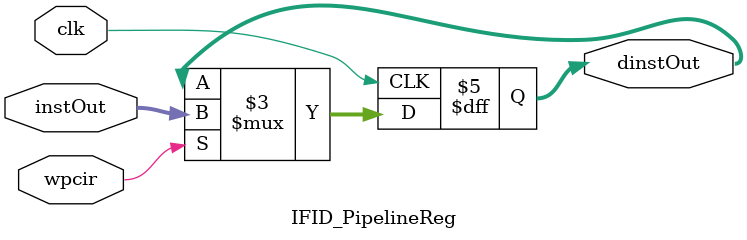
<source format=v>


module IFID_PipelineReg(
    input [31:0] instOut,
    input clk,
    input wpcir, // from control unit (acts as write enable)
      
    output reg [31:0] dinstOut
);

    always @(posedge clk)
    begin
        if (wpcir != 1'b0)
        begin
            dinstOut <= instOut;
        end
    end
endmodule


</source>
